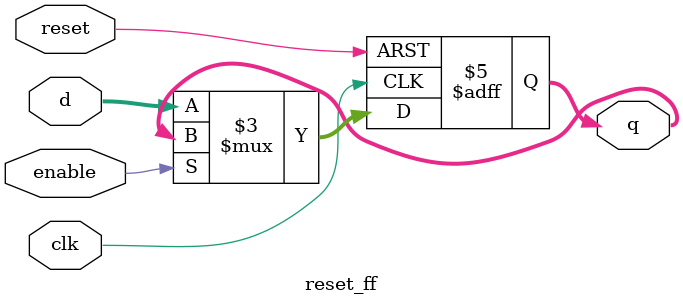
<source format=v>
`timescale 1ns / 1ps
module reset_ff(clk, reset, enable, d, q);
	// initialize inputs and outputs:
	input wire clk,reset,enable;
	input wire [31:0] d;
	output reg [31:0] q;
	
	// determine q;
	always@(posedge clk, posedge reset)
	begin
		if(reset)
			q <= 0;
		else
			if(!enable)
				q <= d;		
	end
endmodule

</source>
